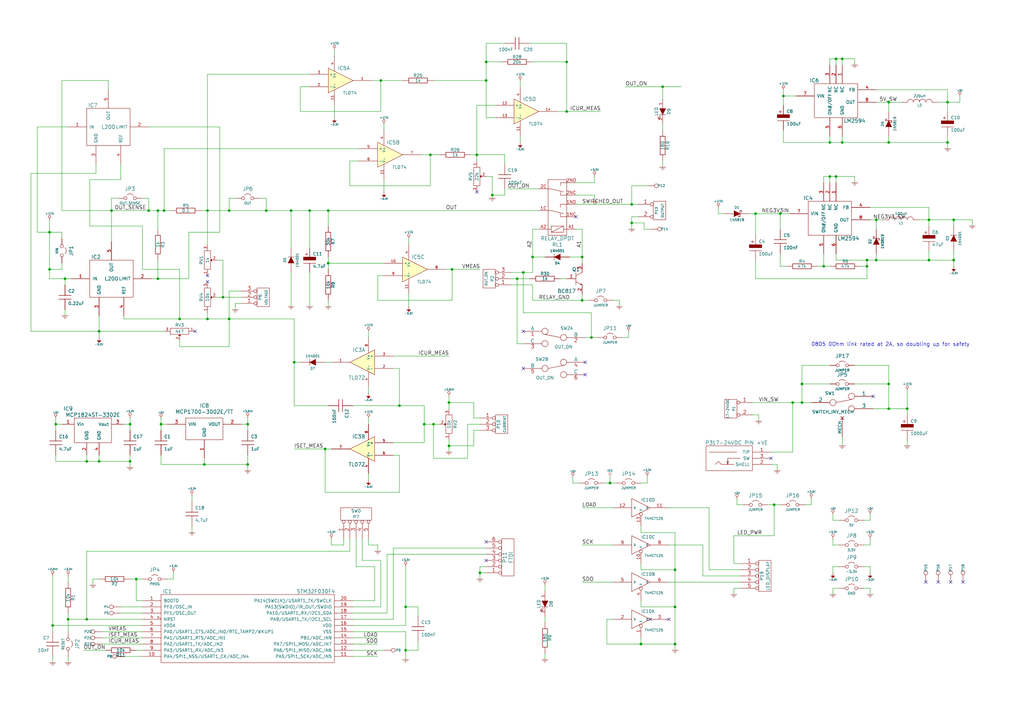
<source format=kicad_sch>
(kicad_sch (version 20230121) (generator eeschema)
  (paper "A3")
  (junction (at 184.15 182.88))
  (junction (at 173.99 173.99))
  (junction (at 64.77 114.3))
  (junction (at 177.8 173.99))
  (junction (at 166.37 248.92))
  (junction (at 259.08 91.44))
  (junction (at 55.88 237.49))
  (junction (at 119.38 86.36))
  (junction (at 35.56 189.23))
  (junction (at 166.37 266.7))
  (junction (at 83.82 190.5))
  (junction (at 60.96 86.36))
  (junction (at 91.44 121.92))
  (junction (at 359.41 106.68))
  (junction (at 66.04 173.99))
  (junction (at 93.98 130.81))
  (junction (at 364.49 58.42))
  (junction (at 67.31 86.36))
  (junction (at 163.83 166.37))
  (junction (at 337.82 109.22))
  (junction (at 340.36 72.39))
  (junction (at 195.58 63.5))
  (junction (at 53.34 173.99))
  (junction (at 199.39 25.4))
  (junction (at 276.86 248.92))
  (junction (at 64.77 86.36))
  (junction (at 184.15 165.1))
  (junction (at 345.44 24.13))
  (junction (at 238.76 123.19))
  (junction (at 250.19 198.12))
  (junction (at 262.89 264.16))
  (junction (at 120.65 148.59))
  (junction (at 381 106.68))
  (junction (at 73.66 130.81))
  (junction (at 196.85 234.95))
  (junction (at 127 86.36))
  (junction (at 345.44 58.42))
  (junction (at 199.39 33.02))
  (junction (at 340.36 58.42))
  (junction (at 101.6 173.99))
  (junction (at 218.44 105.41))
  (junction (at 201.93 80.01))
  (junction (at 85.09 130.81))
  (junction (at 232.41 25.4))
  (junction (at 271.78 35.56))
  (junction (at 276.86 264.16))
  (junction (at 20.32 95.25))
  (junction (at 342.9 72.39))
  (junction (at 185.42 110.49))
  (junction (at 21.59 256.54))
  (junction (at 40.64 135.89))
  (junction (at 53.34 189.23))
  (junction (at 364.49 157.48))
  (junction (at 133.35 184.15))
  (junction (at 364.49 167.64))
  (junction (at 276.86 233.68))
  (junction (at 85.09 86.36))
  (junction (at 214.63 111.76))
  (junction (at 391.16 106.68))
  (junction (at 355.6 106.68))
  (junction (at 212.09 114.3))
  (junction (at 156.21 33.02))
  (junction (at 134.62 86.36))
  (junction (at 101.6 190.5))
  (junction (at 309.88 87.63))
  (junction (at 328.93 165.1))
  (junction (at 391.16 90.17))
  (junction (at 93.98 86.36))
  (junction (at 321.31 39.37))
  (junction (at 22.86 173.99))
  (junction (at 109.22 86.36))
  (junction (at 320.04 87.63))
  (junction (at 45.72 86.36))
  (junction (at 317.5 207.01))
  (junction (at 381 90.17))
  (junction (at 328.93 157.48))
  (junction (at 372.11 167.64))
  (junction (at 325.12 165.1))
  (junction (at 232.41 45.72))
  (junction (at 238.76 105.41))
  (junction (at 242.57 138.43))
  (junction (at 259.08 83.82))
  (junction (at 388.62 58.42))
  (junction (at 26.67 114.3))
  (junction (at 176.53 63.5))
  (junction (at 359.41 90.17))
  (junction (at 40.64 189.23))
  (junction (at 35.56 254))
  (junction (at 20.32 110.49))
  (junction (at 342.9 24.13))
  (junction (at 388.62 41.91))
  (junction (at 364.49 41.91))
  (junction (at 27.94 254))
  (junction (at 134.62 107.95))
  (junction (at 355.6 109.22))
  (no_connect (at 274.32 254))
  (no_connect (at 85.09 113.03))
  (no_connect (at 80.01 135.89))
  (no_connect (at 316.23 187.96))
  (no_connect (at 384.81 238.76))
  (no_connect (at 266.7 254))
  (no_connect (at 236.22 88.9))
  (no_connect (at 389.89 238.76))
  (no_connect (at 379.73 238.76))
  (no_connect (at 358.14 162.56))
  (no_connect (at 199.39 222.25))
  (no_connect (at 214.63 151.13))
  (no_connect (at 85.09 115.57))
  (no_connect (at 240.03 148.59))
  (no_connect (at 199.39 229.87))
  (no_connect (at 195.58 78.74))
  (no_connect (at 394.97 238.76))
  (no_connect (at 214.63 135.89))
  (no_connect (at 240.03 153.67))
  (wire (pts (xy 40.64 135.89) (xy 67.31 135.89)))
  (wire (pts (xy 166.37 266.7) (xy 166.37 270.51)))
  (wire (pts (xy 342.9 24.13) (xy 345.44 24.13)))
  (wire (pts (xy 101.6 171.45) (xy 101.6 173.99)))
  (wire (pts (xy 309.88 87.63) (xy 309.88 96.52)))
  (wire (pts (xy 184.15 180.34) (xy 184.15 182.88)))
  (wire (pts (xy 218.44 105.41) (xy 218.44 111.76)))
  (wire (pts (xy 320.04 109.22) (xy 320.04 104.14)))
  (wire (pts (xy 167.64 120.65) (xy 167.64 125.73)))
  (wire (pts (xy 199.39 33.02) (xy 199.39 48.26)))
  (wire (pts (xy -54.61 214.63) (xy -54.61 212.09)))
  (wire (pts (xy 35.56 254) (xy 58.42 254)))
  (wire (pts (xy 242.57 138.43) (xy 245.11 138.43)))
  (wire (pts (xy 317.5 207.01) (xy 320.04 207.01)))
  (wire (pts (xy 364.49 45.72) (xy 364.49 41.91)))
  (wire (pts (xy 262.89 264.16) (xy 262.89 261.62)))
  (wire (pts (xy 317.5 207.01) (xy 317.5 219.71)))
  (wire (pts (xy 58.42 110.49) (xy 58.42 92.71)))
  (wire (pts (xy 240.03 138.43) (xy 242.57 138.43)))
  (wire (pts (xy 265.43 198.12) (xy 265.43 195.58)))
  (wire (pts (xy 93.98 130.81) (xy 120.65 130.81)))
  (wire (pts (xy 384.81 41.91) (xy 388.62 41.91)))
  (wire (pts (xy 151.13 194.31) (xy 151.13 196.85)))
  (wire (pts (xy 218.44 93.98) (xy 218.44 105.41)))
  (wire (pts (xy 163.83 166.37) (xy 173.99 166.37)))
  (wire (pts (xy 148.59 220.98) (xy 148.59 229.87)))
  (wire (pts (xy 71.12 237.49) (xy 71.12 234.95)))
  (wire (pts (xy 50.8 130.81) (xy 73.66 130.81)))
  (wire (pts (xy 350.52 149.86) (xy 364.49 149.86)))
  (wire (pts (xy 214.63 128.27) (xy 242.57 128.27)))
  (wire (pts (xy 195.58 43.18) (xy 195.58 63.5)))
  (wire (pts (xy 342.9 26.67) (xy 342.9 24.13)))
  (wire (pts (xy 158.75 251.46) (xy 144.78 251.46)))
  (wire (pts (xy 134.62 123.19) (xy 134.62 125.73)))
  (wire (pts (xy 288.29 223.52) (xy 288.29 236.22)))
  (wire (pts (xy 274.32 208.28) (xy 290.83 208.28)))
  (wire (pts (xy 73.66 142.24) (xy 73.66 139.7)))
  (wire (pts (xy 199.39 25.4) (xy 199.39 33.02)))
  (wire (pts (xy 35.56 186.69) (xy 35.56 189.23)))
  (wire (pts (xy 309.88 87.63) (xy 320.04 87.63)))
  (wire (pts (xy 238.76 123.19) (xy 241.3 123.19)))
  (wire (pts (xy 83.82 190.5) (xy 101.6 190.5)))
  (wire (pts (xy 340.36 157.48) (xy 328.93 157.48)))
  (wire (pts (xy 173.99 166.37) (xy 173.99 173.99)))
  (wire (pts (xy 77.47 95.25) (xy 90.17 95.25)))
  (wire (pts (xy 21.59 269.24) (xy 21.59 271.78)))
  (wire (pts (xy 66.04 173.99) (xy 66.04 176.53)))
  (wire (pts (xy 212.09 114.3) (xy 217.17 114.3)))
  (wire (pts (xy 381 106.68) (xy 391.16 106.68)))
  (wire (pts (xy 342.9 104.14) (xy 342.9 106.68)))
  (wire (pts (xy 135.89 223.52) (xy 140.97 223.52)))
  (wire (pts (xy 41.91 261.62) (xy 58.42 261.62)))
  (wire (pts (xy 143.51 226.06) (xy 35.56 226.06)))
  (wire (pts (xy 212.09 140.97) (xy 214.63 140.97)))
  (wire (pts (xy 238.76 93.98) (xy 236.22 93.98)))
  (wire (pts (xy 372.11 160.02) (xy 372.11 167.64)))
  (wire (pts (xy 355.6 109.22) (xy 355.6 106.68)))
  (wire (pts (xy 199.39 17.78) (xy 199.39 25.4)))
  (wire (pts (xy 393.7 41.91) (xy 393.7 39.37)))
  (wire (pts (xy 161.29 224.79) (xy 161.29 254)))
  (wire (pts (xy 194.31 182.88) (xy 194.31 176.53)))
  (wire (pts (xy 307.34 87.63) (xy 309.88 87.63)))
  (wire (pts (xy 62.23 114.3) (xy 64.77 114.3)))
  (wire (pts (xy 262.89 198.12) (xy 265.43 198.12)))
  (wire (pts (xy 341.63 223.52) (xy 344.17 223.52)))
  (wire (pts (xy 156.21 33.02) (xy 165.1 33.02)))
  (wire (pts (xy 340.36 58.42) (xy 345.44 58.42)))
  (wire (pts (xy 96.52 124.46) (xy 99.06 124.46)))
  (wire (pts (xy 67.31 86.36) (xy 69.85 86.36)))
  (wire (pts (xy 328.93 165.1) (xy 332.74 165.1)))
  (wire (pts (xy 12.7 71.12) (xy 39.37 71.12)))
  (wire (pts (xy 213.36 55.88) (xy 213.36 58.42)))
  (wire (pts (xy 337.82 72.39) (xy 340.36 72.39)))
  (wire (pts (xy 185.42 110.49) (xy 196.85 110.49)))
  (wire (pts (xy 93.98 130.81) (xy 93.98 142.24)))
  (wire (pts (xy 151.13 173.99) (xy 151.13 171.45)))
  (wire (pts (xy 340.36 24.13) (xy 342.9 24.13)))
  (wire (pts (xy 119.38 86.36) (xy 127 86.36)))
  (wire (pts (xy 308.61 165.1) (xy 325.12 165.1)))
  (wire (pts (xy 359.41 106.68) (xy 381 106.68)))
  (wire (pts (xy 157.48 107.95) (xy 134.62 107.95)))
  (wire (pts (xy 199.39 224.79) (xy 161.29 224.79)))
  (wire (pts (xy 354.33 241.3) (xy 356.87 241.3)))
  (wire (pts (xy 58.42 251.46) (xy 49.53 251.46)))
  (wire (pts (xy 250.19 195.58) (xy 250.19 198.12)))
  (wire (pts (xy 381 106.68) (xy 381 102.87)))
  (wire (pts (xy 236.22 83.82) (xy 259.08 83.82)))
  (wire (pts (xy 381 85.09) (xy 356.87 85.09)))
  (wire (pts (xy 262.89 264.16) (xy 276.86 264.16)))
  (wire (pts (xy 262.89 215.9) (xy 262.89 218.44)))
  (wire (pts (xy 300.99 241.3) (xy 300.99 243.84)))
  (wire (pts (xy 308.61 170.18) (xy 311.15 170.18)))
  (wire (pts (xy 173.99 173.99) (xy 173.99 181.61)))
  (wire (pts (xy 264.16 91.44) (xy 264.16 93.98)))
  (wire (pts (xy 21.59 236.22) (xy 21.59 256.54)))
  (wire (pts (xy 90.17 52.07) (xy 60.96 52.07)))
  (wire (pts (xy 337.82 109.22) (xy 340.36 109.22)))
  (wire (pts (xy 167.64 100.33) (xy 167.64 97.79)))
  (wire (pts (xy 143.51 66.04) (xy 143.51 76.2)))
  (wire (pts (xy 151.13 158.75) (xy 151.13 161.29)))
  (wire (pts (xy 154.94 223.52) (xy 154.94 226.06)))
  (wire (pts (xy 184.15 165.1) (xy 184.15 167.64)))
  (wire (pts (xy 356.87 241.3) (xy 356.87 243.84)))
  (wire (pts (xy 314.96 207.01) (xy 317.5 207.01)))
  (wire (pts (xy 41.91 259.08) (xy 58.42 259.08)))
  (wire (pts (xy 93.98 142.24) (xy 73.66 142.24)))
  (wire (pts (xy 345.44 24.13) (xy 345.44 26.67)))
  (wire (pts (xy 135.89 220.98) (xy 135.89 223.52)))
  (wire (pts (xy 364.49 149.86) (xy 364.49 157.48)))
  (wire (pts (xy 218.44 105.41) (xy 223.52 105.41)))
  (wire (pts (xy 234.95 198.12) (xy 237.49 198.12)))
  (wire (pts (xy 109.22 81.28) (xy 109.22 86.36)))
  (wire (pts (xy 66.04 173.99) (xy 68.58 173.99)))
  (wire (pts (xy 199.39 232.41) (xy 196.85 232.41)))
  (wire (pts (xy 82.55 86.36) (xy 85.09 86.36)))
  (wire (pts (xy 166.37 248.92) (xy 171.45 248.92)))
  (wire (pts (xy 207.01 63.5) (xy 207.01 67.31)))
  (wire (pts (xy 391.16 106.68) (xy 391.16 109.22)))
  (wire (pts (xy 158.75 227.33) (xy 158.75 251.46)))
  (wire (pts (xy 152.4 33.02) (xy 156.21 33.02)))
  (wire (pts (xy 25.4 173.99) (xy 22.86 173.99)))
  (wire (pts (xy 154.94 123.19) (xy 185.42 123.19)))
  (wire (pts (xy 151.13 220.98) (xy 151.13 223.52)))
  (wire (pts (xy 321.31 58.42) (xy 340.36 58.42)))
  (wire (pts (xy 157.48 53.34) (xy 157.48 50.8)))
  (wire (pts (xy 45.72 86.36) (xy 45.72 99.06)))
  (wire (pts (xy 40.64 189.23) (xy 53.34 189.23)))
  (wire (pts (xy 146.05 232.41) (xy 146.05 220.98)))
  (wire (pts (xy 12.7 135.89) (xy 12.7 71.12)))
  (wire (pts (xy 354.33 213.36) (xy 356.87 213.36)))
  (wire (pts (xy 276.86 248.92) (xy 276.86 264.16)))
  (wire (pts (xy 143.51 220.98) (xy 143.51 226.06)))
  (wire (pts (xy 388.62 41.91) (xy 388.62 45.72)))
  (wire (pts (xy 27.94 238.76) (xy 27.94 236.22)))
  (wire (pts (xy 325.12 165.1) (xy 325.12 185.42)))
  (wire (pts (xy 106.68 81.28) (xy 109.22 81.28)))
  (wire (pts (xy 212.09 114.3) (xy 212.09 140.97)))
  (wire (pts (xy 355.6 114.3) (xy 355.6 109.22)))
  (wire (pts (xy 262.89 248.92) (xy 276.86 248.92)))
  (wire (pts (xy 64.77 86.36) (xy 67.31 86.36)))
  (wire (pts (xy 364.49 167.64) (xy 372.11 167.64)))
  (wire (pts (xy 163.83 186.69) (xy 163.83 201.93)))
  (wire (pts (xy 53.34 189.23) (xy 53.34 191.77)))
  (wire (pts (xy 120.65 130.81) (xy 120.65 148.59)))
  (wire (pts (xy 325.12 165.1) (xy 328.93 165.1)))
  (wire (pts (xy 99.06 173.99) (xy 101.6 173.99)))
  (wire (pts (xy 195.58 63.5) (xy 207.01 63.5)))
  (wire (pts (xy 199.39 234.95) (xy 196.85 234.95)))
  (wire (pts (xy 199.39 33.02) (xy 177.8 33.02)))
  (wire (pts (xy 15.24 95.25) (xy 15.24 52.07)))
  (wire (pts (xy 88.9 121.92) (xy 91.44 121.92)))
  (wire (pts (xy 247.65 198.12) (xy 250.19 198.12)))
  (wire (pts (xy 214.63 111.76) (xy 209.55 111.76)))
  (wire (pts (xy 341.63 220.98) (xy 341.63 223.52)))
  (wire (pts (xy 350.52 72.39) (xy 350.52 74.93)))
  (wire (pts (xy 134.62 86.36) (xy 134.62 92.71)))
  (wire (pts (xy 232.41 25.4) (xy 232.41 45.72)))
  (wire (pts (xy 25.4 110.49) (xy 20.32 110.49)))
  (wire (pts (xy 330.2 207.01) (xy 332.74 207.01)))
  (wire (pts (xy 255.27 138.43) (xy 257.81 138.43)))
  (wire (pts (xy 133.35 184.15) (xy 135.89 184.15)))
  (wire (pts (xy 99.06 119.38) (xy 93.98 119.38)))
  (wire (pts (xy 50.8 269.24) (xy 58.42 269.24)))
  (wire (pts (xy 259.08 91.44) (xy 264.16 91.44)))
  (wire (pts (xy 218.44 116.84) (xy 218.44 123.19)))
  (wire (pts (xy 250.19 198.12) (xy 252.73 198.12)))
  (wire (pts (xy 196.85 232.41) (xy 196.85 234.95)))
  (wire (pts (xy 48.26 81.28) (xy 45.72 81.28)))
  (wire (pts (xy 271.78 35.56) (xy 279.4 35.56)))
  (wire (pts (xy 22.86 189.23) (xy 35.56 189.23)))
  (wire (pts (xy 101.6 190.5) (xy 101.6 193.04)))
  (wire (pts (xy 340.36 26.67) (xy 340.36 24.13)))
  (wire (pts (xy 318.77 190.5) (xy 316.23 190.5)))
  (wire (pts (xy 161.29 146.05) (xy 184.15 146.05)))
  (wire (pts (xy 22.86 186.69) (xy 22.86 189.23)))
  (wire (pts (xy 77.47 114.3) (xy 77.47 95.25)))
  (wire (pts (xy 388.62 41.91) (xy 393.7 41.91)))
  (wire (pts (xy 340.36 149.86) (xy 328.93 149.86)))
  (wire (pts (xy 53.34 186.69) (xy 53.34 189.23)))
  (wire (pts (xy 335.28 109.22) (xy 337.82 109.22)))
  (wire (pts (xy 157.48 113.03) (xy 154.94 113.03)))
  (wire (pts (xy 68.58 237.49) (xy 71.12 237.49)))
  (wire (pts (xy 25.4 95.25) (xy 25.4 97.79)))
  (wire (pts (xy 55.88 246.38) (xy 55.88 237.49)))
  (wire (pts (xy 156.21 45.72) (xy 156.21 33.02)))
  (wire (pts (xy 25.4 86.36) (xy 25.4 33.02)))
  (wire (pts (xy 238.76 105.41) (xy 238.76 107.95)))
  (wire (pts (xy 199.39 227.33) (xy 158.75 227.33)))
  (wire (pts (xy 359.41 90.17) (xy 361.95 90.17)))
  (wire (pts (xy 20.32 95.25) (xy 20.32 110.49)))
  (wire (pts (xy 302.26 204.47) (xy 302.26 207.01)))
  (wire (pts (xy 391.16 90.17) (xy 398.78 90.17)))
  (wire (pts (xy 64.77 114.3) (xy 77.47 114.3)))
  (wire (pts (xy 64.77 86.36) (xy 64.77 93.98)))
  (wire (pts (xy 133.35 148.59) (xy 135.89 148.59)))
  (wire (pts (xy 144.78 261.62) (xy 154.94 261.62)))
  (wire (pts (xy 356.87 213.36) (xy 356.87 210.82)))
  (wire (pts (xy 22.86 173.99) (xy 22.86 176.53)))
  (wire (pts (xy 328.93 149.86) (xy 328.93 157.48)))
  (wire (pts (xy 322.58 109.22) (xy 320.04 109.22)))
  (wire (pts (xy 251.46 123.19) (xy 254 123.19)))
  (wire (pts (xy 243.84 74.93) (xy 236.22 74.93)))
  (wire (pts (xy 196.85 234.95) (xy 196.85 237.49)))
  (wire (pts (xy 223.52 267.97) (xy 223.52 270.51)))
  (wire (pts (xy 93.98 86.36) (xy 109.22 86.36)))
  (wire (pts (xy 143.51 76.2) (xy 176.53 76.2)))
  (wire (pts (xy 148.59 229.87) (xy 156.21 229.87)))
  (wire (pts (xy 207.01 80.01) (xy 201.93 80.01)))
  (wire (pts (xy 20.32 114.3) (xy 26.67 114.3)))
  (wire (pts (xy 153.67 232.41) (xy 146.05 232.41)))
  (wire (pts (xy 297.18 87.63) (xy 294.64 87.63)))
  (wire (pts (xy 341.63 232.41) (xy 341.63 234.95)))
  (wire (pts (xy 201.93 72.39) (xy 201.93 80.01)))
  (wire (pts (xy 36.83 73.66) (xy 49.53 73.66)))
  (wire (pts (xy 25.4 86.36) (xy 45.72 86.36)))
  (wire (pts (xy 134.62 105.41) (xy 134.62 107.95)))
  (wire (pts (xy 85.09 86.36) (xy 85.09 100.33)))
  (wire (pts (xy 191.77 173.99) (xy 191.77 187.96)))
  (wire (pts (xy 262.89 218.44) (xy 276.86 218.44)))
  (wire (pts (xy 381 90.17) (xy 391.16 90.17)))
  (wire (pts (xy 123.19 35.56) (xy 123.19 45.72)))
  (wire (pts (xy 133.35 201.93) (xy 133.35 184.15)))
  (wire (pts (xy 355.6 109.22) (xy 353.06 109.22)))
  (wire (pts (xy 359.41 106.68) (xy 359.41 104.14)))
  (wire (pts (xy 184.15 162.56) (xy 184.15 165.1)))
  (wire (pts (xy 350.52 157.48) (xy 364.49 157.48)))
  (wire (pts (xy 232.41 45.72) (xy 246.38 45.72)))
  (wire (pts (xy 153.67 246.38) (xy 153.67 232.41)))
  (wire (pts (xy 248.92 254) (xy 248.92 264.16)))
  (wire (pts (xy 25.4 33.02) (xy 44.45 33.02)))
  (wire (pts (xy 332.74 207.01) (xy 332.74 204.47)))
  (wire (pts (xy 120.65 184.15) (xy 133.35 184.15)))
  (wire (pts (xy 276.86 218.44) (xy 276.86 233.68)))
  (wire (pts (xy 58.42 92.71) (xy 36.83 92.71)))
  (wire (pts (xy 321.31 53.34) (xy 321.31 58.42)))
  (wire (pts (xy 364.49 58.42) (xy 364.49 55.88)))
  (wire (pts (xy 238.76 120.65) (xy 238.76 123.19)))
  (wire (pts (xy 300.99 219.71) (xy 300.99 231.14)))
  (wire (pts (xy 39.37 71.12) (xy 39.37 67.31)))
  (wire (pts (xy 359.41 90.17) (xy 359.41 93.98)))
  (wire (pts (xy 53.34 173.99) (xy 53.34 176.53)))
  (wire (pts (xy 262.89 246.38) (xy 262.89 248.92)))
  (wire (pts (xy 355.6 106.68) (xy 359.41 106.68)))
  (wire (pts (xy 85.09 128.27) (xy 85.09 130.81)))
  (wire (pts (xy 228.6 45.72) (xy 232.41 45.72)))
  (wire (pts (xy 147.32 66.04) (xy 143.51 66.04)))
  (wire (pts (xy 209.55 114.3) (xy 212.09 114.3)))
  (wire (pts (xy 127 86.36) (xy 134.62 86.36)))
  (wire (pts (xy 176.53 76.2) (xy 176.53 63.5)))
  (wire (pts (xy 58.42 81.28) (xy 60.96 81.28)))
  (wire (pts (xy 303.53 241.3) (xy 300.99 241.3)))
  (wire (pts (xy -46.99 214.63) (xy -46.99 212.09)))
  (wire (pts (xy 350.52 24.13) (xy 350.52 26.67)))
  (wire (pts (xy 344.17 241.3) (xy 341.63 241.3)))
  (wire (pts (xy 271.78 53.34) (xy 271.78 50.8)))
  (wire (pts (xy 256.54 35.56) (xy 271.78 35.56)))
  (wire (pts (xy 15.24 95.25) (xy 20.32 95.25)))
  (wire (pts (xy 22.86 171.45) (xy 22.86 173.99)))
  (wire (pts (xy 342.9 72.39) (xy 342.9 74.93)))
  (wire (pts (xy 27.94 254) (xy 35.56 254)))
  (wire (pts (xy 203.2 43.18) (xy 195.58 43.18)))
  (wire (pts (xy 119.38 101.6) (xy 119.38 86.36)))
  (wire (pts (xy 259.08 91.44) (xy 259.08 93.98)))
  (wire (pts (xy 161.29 186.69) (xy 163.83 186.69)))
  (wire (pts (xy 391.16 102.87) (xy 391.16 106.68)))
  (wire (pts (xy 171.45 262.89) (xy 171.45 266.7)))
  (wire (pts (xy 238.76 93.98) (xy 238.76 105.41)))
  (wire (pts (xy 217.17 17.78) (xy 232.41 17.78)))
  (wire (pts (xy 60.96 81.28) (xy 60.96 86.36)))
  (wire (pts (xy 163.83 151.13) (xy 163.83 166.37)))
  (wire (pts (xy 78.74 205.74) (xy 78.74 203.2)))
  (wire (pts (xy 233.68 105.41) (xy 238.76 105.41)))
  (wire (pts (xy 302.26 207.01) (xy 304.8 207.01)))
  (wire (pts (xy 199.39 48.26) (xy 203.2 48.26)))
  (wire (pts (xy 163.83 201.93) (xy 133.35 201.93)))
  (wire (pts (xy 49.53 73.66) (xy 49.53 67.31)))
  (wire (pts (xy 40.64 237.49) (xy 38.1 237.49)))
  (wire (pts (xy 207.01 17.78) (xy 199.39 17.78)))
  (wire (pts (xy 38.1 237.49) (xy 38.1 240.03)))
  (wire (pts (xy 220.98 77.47) (xy 208.28 77.47)))
  (wire (pts (xy 144.78 259.08) (xy 166.37 259.08)))
  (wire (pts (xy 73.66 110.49) (xy 58.42 110.49)))
  (wire (pts (xy 40.64 189.23) (xy 40.64 186.69)))
  (wire (pts (xy 41.91 264.16) (xy 58.42 264.16)))
  (wire (pts (xy 223.52 242.57) (xy 223.52 240.03)))
  (wire (pts (xy 340.36 72.39) (xy 342.9 72.39)))
  (wire (pts (xy 205.74 25.4) (xy 199.39 25.4)))
  (wire (pts (xy 120.65 148.59) (xy 120.65 166.37)))
  (wire (pts (xy 372.11 180.34) (xy 372.11 182.88)))
  (wire (pts (xy 294.64 87.63) (xy 294.64 85.09)))
  (wire (pts (xy 328.93 157.48) (xy 328.93 165.1)))
  (wire (pts (xy 218.44 123.19) (xy 238.76 123.19)))
  (wire (pts (xy 96.52 127) (xy 96.52 124.46)))
  (wire (pts (xy 144.78 246.38) (xy 153.67 246.38)))
  (wire (pts (xy 50.8 130.81) (xy 50.8 129.54)))
  (wire (pts (xy 337.82 109.22) (xy 337.82 104.14)))
  (wire (pts (xy 344.17 232.41) (xy 341.63 232.41)))
  (wire (pts (xy 199.39 72.39) (xy 201.93 72.39)))
  (wire (pts (xy 388.62 36.83) (xy 359.41 36.83)))
  (wire (pts (xy 127 35.56) (xy 123.19 35.56)))
  (wire (pts (xy -24.13 217.17) (xy -24.13 214.63)))
  (wire (pts (xy 83.82 187.96) (xy 83.82 190.5)))
  (wire (pts (xy 309.88 114.3) (xy 355.6 114.3)))
  (wire (pts (xy 27.94 269.24) (xy 27.94 271.78)))
  (wire (pts (xy 388.62 36.83) (xy 388.62 41.91)))
  (wire (pts (xy -31.75 214.63) (xy -31.75 212.09)))
  (wire (pts (xy 85.09 130.81) (xy 93.98 130.81)))
  (wire (pts (xy 20.32 95.25) (xy 25.4 95.25)))
  (wire (pts (xy 318.77 190.5) (xy 318.77 193.04)))
  (wire (pts (xy 60.96 86.36) (xy 64.77 86.36)))
  (wire (pts (xy 276.86 233.68) (xy 262.89 233.68)))
  (wire (pts (xy 40.64 129.54) (xy 40.64 135.89)))
  (wire (pts (xy 257.81 138.43) (xy 257.81 135.89)))
  (wire (pts (xy 194.31 171.45) (xy 194.31 165.1)))
  (wire (pts (xy 218.44 25.4) (xy 232.41 25.4)))
  (wire (pts (xy 271.78 40.64) (xy 271.78 35.56)))
  (wire (pts (xy 134.62 107.95) (xy 134.62 110.49)))
  (wire (pts (xy 259.08 88.9) (xy 261.62 88.9)))
  (wire (pts (xy 157.48 266.7) (xy 144.78 266.7)))
  (wire (pts (xy -39.37 217.17) (xy -39.37 214.63)))
  (wire (pts (xy 15.24 52.07) (xy 27.94 52.07)))
  (wire (pts (xy 342.9 72.39) (xy 350.52 72.39)))
  (wire (pts (xy 45.72 86.36) (xy 60.96 86.36)))
  (wire (pts (xy 254 123.19) (xy 254 125.73)))
  (wire (pts (xy 35.56 189.23) (xy 40.64 189.23)))
  (wire (pts (xy 96.52 81.28) (xy 93.98 81.28)))
  (wire (pts (xy 184.15 182.88) (xy 184.15 185.42)))
  (wire (pts (xy 356.87 223.52) (xy 356.87 220.98)))
  (wire (pts (xy 248.92 264.16) (xy 262.89 264.16)))
  (wire (pts (xy 290.83 208.28) (xy 290.83 233.68)))
  (wire (pts (xy 364.49 58.42) (xy 388.62 58.42)))
  (wire (pts (xy 93.98 119.38) (xy 93.98 130.81)))
  (wire (pts (xy 276.86 264.16) (xy 276.86 266.7)))
  (wire (pts (xy 26.67 114.3) (xy 29.21 114.3)))
  (wire (pts (xy 340.36 74.93) (xy 340.36 72.39)))
  (wire (pts (xy 21.59 256.54) (xy 21.59 259.08)))
  (wire (pts (xy 101.6 173.99) (xy 101.6 176.53)))
  (wire (pts (xy 173.99 181.61) (xy 161.29 181.61)))
  (wire (pts (xy 236.22 80.01) (xy 243.84 80.01)))
  (wire (pts (xy 243.84 80.01) (xy 243.84 82.55)))
  (wire (pts (xy 356.87 232.41) (xy 356.87 234.95)))
  (wire (pts (xy 93.98 81.28) (xy 93.98 86.36)))
  (wire (pts (xy 127 111.76) (xy 127 125.73)))
  (wire (pts (xy 196.85 171.45) (xy 194.31 171.45)))
  (wire (pts (xy 213.36 33.02) (xy 213.36 35.56)))
  (wire (pts (xy 358.14 167.64) (xy 364.49 167.64)))
  (wire (pts (xy 44.45 33.02) (xy 44.45 36.83)))
  (wire (pts (xy 55.88 266.7) (xy 58.42 266.7)))
  (wire (pts (xy 156.21 248.92) (xy 144.78 248.92)))
  (wire (pts (xy 220.98 93.98) (xy 218.44 93.98)))
  (wire (pts (xy 201.93 80.01) (xy 201.93 81.28)))
  (wire (pts (xy 35.56 226.06) (xy 35.56 254)))
  (wire (pts (xy 154.94 113.03) (xy 154.94 123.19)))
  (wire (pts (xy 64.77 114.3) (xy 64.77 106.68)))
  (wire (pts (xy 91.44 121.92) (xy 91.44 106.68)))
  (wire (pts (xy 20.32 90.17) (xy 20.32 95.25)))
  (wire (pts (xy 119.38 111.76) (xy 119.38 125.73)))
  (wire (pts (xy 171.45 248.92) (xy 171.45 252.73)))
  (wire (pts (xy 194.31 176.53) (xy 196.85 176.53)))
  (wire (pts (xy 345.44 24.13) (xy 350.52 24.13)))
  (wire (pts (xy 144.78 166.37) (xy 163.83 166.37)))
  (wire (pts (xy 66.04 190.5) (xy 66.04 186.69)))
  (wire (pts (xy 161.29 254) (xy 144.78 254)))
  (wire (pts (xy 388.62 58.42) (xy 388.62 60.96)))
  (wire (pts (xy 85.09 30.48) (xy 127 30.48)))
  (wire (pts (xy 26.67 116.84) (xy 26.67 114.3)))
  (wire (pts (xy 243.84 72.39) (xy 243.84 74.93)))
  (wire (pts (xy 311.15 170.18) (xy 311.15 172.72)))
  (wire (pts (xy 300.99 231.14) (xy 303.53 231.14)))
  (wire (pts (xy 73.66 130.81) (xy 85.09 130.81)))
  (wire (pts (xy 27.94 254) (xy 27.94 259.08)))
  (wire (pts (xy 166.37 256.54) (xy 144.78 256.54)))
  (wire (pts (xy 91.44 106.68) (xy 88.9 106.68)))
  (wire (pts (xy 157.48 73.66) (xy 157.48 78.74)))
  (wire (pts (xy 276.86 233.68) (xy 276.86 248.92)))
  (wire (pts (xy 364.49 41.91) (xy 369.57 41.91)))
  (wire (pts (xy 49.53 248.92) (xy 58.42 248.92)))
  (wire (pts (xy 381 90.17) (xy 381 92.71)))
  (wire (pts (xy 166.37 259.08) (xy 166.37 266.7)))
  (wire (pts (xy 66.04 190.5) (xy 83.82 190.5)))
  (wire (pts (xy 134.62 86.36) (xy 220.98 86.36)))
  (wire (pts (xy 381 85.09) (xy 381 90.17)))
  (wire (pts (xy 345.44 58.42) (xy 345.44 55.88)))
  (wire (pts (xy 288.29 236.22) (xy 303.53 236.22)))
  (wire (pts (xy 173.99 173.99) (xy 177.8 173.99)))
  (wire (pts (xy 354.33 232.41) (xy 356.87 232.41)))
  (wire (pts (xy 151.13 138.43) (xy 151.13 135.89)))
  (wire (pts (xy 45.72 81.28) (xy 45.72 86.36)))
  (wire (pts (xy 12.7 135.89) (xy 40.64 135.89)))
  (wire (pts (xy 166.37 248.92) (xy 166.37 256.54)))
  (wire (pts (xy 359.41 41.91) (xy 364.49 41.91)))
  (wire (pts (xy 85.09 30.48) (xy 85.09 86.36)))
  (wire (pts (xy 341.63 213.36) (xy 344.17 213.36)))
  (wire (pts (xy 321.31 36.83) (xy 321.31 39.37)))
  (wire (pts (xy 123.19 45.72) (xy 156.21 45.72)))
  (wire (pts (xy 193.04 63.5) (xy 195.58 63.5)))
  (wire (pts (xy 223.52 252.73) (xy 223.52 255.27)))
  (wire (pts (xy 40.64 135.89) (xy 40.64 138.43)))
  (wire (pts (xy 144.78 269.24) (xy 154.94 269.24)))
  (wire (pts (xy 120.65 166.37) (xy 134.62 166.37)))
  (wire (pts (xy 259.08 88.9) (xy 259.08 91.44)))
  (wire (pts (xy 120.65 148.59) (xy 123.19 148.59)))
  (wire (pts (xy 20.32 110.49) (xy 20.32 114.3)))
  (wire (pts (xy 55.88 237.49) (xy 58.42 237.49)))
  (wire (pts (xy 271.78 66.04) (xy 271.78 68.58)))
  (wire (pts (xy 341.63 241.3) (xy 341.63 243.84)))
  (wire (pts (xy 127 101.6) (xy 127 86.36)))
  (wire (pts (xy 144.78 264.16) (xy 154.94 264.16)))
  (wire (pts (xy 151.13 223.52) (xy 154.94 223.52)))
  (wire (pts (xy 326.39 39.37) (xy 321.31 39.37)))
  (wire (pts (xy 73.66 130.81) (xy 73.66 110.49)))
  (wire (pts (xy 317.5 219.71) (xy 300.99 219.71)))
  (wire (pts (xy 161.29 151.13) (xy 163.83 151.13)))
  (wire (pts (xy 325.12 185.42) (xy 316.23 185.42)))
  (wire (pts (xy 265.43 76.2) (xy 259.08 76.2)))
  (wire (pts (xy 309.88 106.68) (xy 309.88 114.3)))
  (wire (pts (xy 234.95 195.58) (xy 234.95 198.12)))
  (wire (pts (xy 36.83 92.71) (xy 36.83 73.66)))
  (wire (pts (xy 218.44 111.76) (xy 214.63 111.76)))
  (wire (pts (xy 345.44 182.88) (xy 345.44 179.07)))
  (wire (pts (xy 345.44 58.42) (xy 364.49 58.42)))
  (wire (pts (xy 251.46 238.76) (xy 238.76 238.76)))
  (wire (pts (xy 259.08 76.2) (xy 259.08 83.82)))
  (wire (pts (xy 185.42 123.19) (xy 185.42 110.49)))
  (wire (pts (xy 209.55 116.84) (xy 218.44 116.84)))
  (wire (pts (xy 78.74 215.9) (xy 78.74 218.44)))
  (wire (pts (xy 259.08 83.82) (xy 261.62 83.82)))
  (wire (pts (xy 90.17 95.25) (xy 90.17 52.07)))
  (wire (pts (xy 207.01 77.47) (xy 207.01 80.01)))
  (wire (pts (xy 214.63 128.27) (xy 214.63 111.76)))
  (wire (pts (xy 50.8 173.99) (xy 53.34 173.99)))
  (wire (pts (xy 274.32 238.76) (xy 303.53 238.76)))
  (wire (pts (xy 34.29 266.7) (xy 43.18 266.7)))
  (wire (pts (xy 342.9 106.68) (xy 355.6 106.68)))
  (wire (pts (xy 21.59 256.54) (xy 58.42 256.54)))
  (wire (pts (xy 232.41 17.78) (xy 232.41 25.4)))
  (wire (pts (xy 67.31 60.96) (xy 147.32 60.96)))
  (wire (pts (xy 242.57 128.27) (xy 242.57 138.43)))
  (wire (pts (xy 251.46 223.52) (xy 238.76 223.52)))
  (wire (pts (xy 194.31 165.1) (xy 184.15 165.1)))
  (wire (pts (xy 195.58 63.5) (xy 195.58 66.04)))
  (wire (pts (xy 177.8 187.96) (xy 177.8 173.99)))
  (wire (pts (xy 67.31 60.96) (xy 67.31 86.36)))
  (wire (pts (xy 364.49 157.48) (xy 364.49 167.64)))
  (wire (pts (xy 140.97 223.52) (xy 140.97 220.98)))
  (wire (pts (xy 264.16 93.98) (xy 266.7 93.98)))
  (wire (pts (xy 25.4 107.95) (xy 25.4 110.49)))
  (wire (pts (xy 372.11 167.64) (xy 372.11 170.18)))
  (wire (pts (xy 156.21 229.87) (xy 156.21 248.92)))
  (wire (pts (xy 101.6 186.69) (xy 101.6 190.5)))
  (wire (pts (xy 320.04 87.63) (xy 320.04 93.98)))
  (wire (pts (xy 321.31 39.37) (xy 321.31 43.18)))
  (wire (pts (xy 182.88 110.49) (xy 185.42 110.49)))
  (wire (pts (xy 53.34 171.45) (xy 53.34 173.99)))
  (wire (pts (xy 177.8 173.99) (xy 180.34 173.99)))
  (wire (pts (xy 251.46 254) (xy 248.92 254)))
  (wire (pts (xy 251.46 208.28) (xy 238.76 208.28)))
  (wire (pts (xy 91.44 121.92) (xy 99.06 121.92)))
  (wire (pts (xy 171.45 266.7) (xy 166.37 266.7)))
  (wire (pts (xy 137.16 22.86) (xy 137.16 20.32)))
  (wire (pts (xy 26.67 127) (xy 26.67 129.54)))
  (wire (pts (xy 184.15 182.88) (xy 194.31 182.88)))
  (wire (pts (xy 340.36 58.42) (xy 340.36 55.88)))
  (wire (pts (xy 172.72 63.5) (xy 176.53 63.5)))
  (wire (pts (xy 53.34 237.49) (xy 55.88 237.49)))
  (wire (pts (xy 176.53 63.5) (xy 180.34 63.5)))
  (wire (pts (xy 341.63 210.82) (xy 341.63 213.36)))
  (wire (pts (xy 262.89 233.68) (xy 262.89 231.14)))
  (wire (pts (xy 191.77 187.96) (xy 177.8 187.96)))
  (wire (pts (xy 290.83 233.68) (xy 303.53 233.68)))
  (wire (pts (xy 356.87 90.17) (xy 359.41 90.17)))
  (wire (pts (xy 27.94 251.46) (xy 27.94 254)))
  (wire (pts (xy 229.87 114.3) (xy 232.41 114.3)))
  (wire (pts (xy 398.78 90.17) (xy 398.78 92.71)))
  (wire (pts (xy 391.16 90.17) (xy 391.16 92.71)))
  (wire (pts (xy 137.16 43.18) (xy 137.16 48.26)))
  (wire (pts (xy 337.82 74.93) (xy 337.82 72.39)))
  (wire (pts (xy 354.33 223.52) (xy 356.87 223.52)))
  (wire (pts (xy 196.85 173.99) (xy 191.77 173.99)))
  (wire (pts (xy 58.42 246.38) (xy 55.88 246.38)))
  (wire (pts (xy 66.04 171.45) (xy 66.04 173.99)))
  (wire (pts (xy 377.19 90.17) (xy 381 90.17)))
  (wire (pts (xy 85.09 86.36) (xy 93.98 86.36)))
  (wire (pts (xy 388.62 55.88) (xy 388.62 58.42)))
  (wire (pts (xy 109.22 86.36) (xy 119.38 86.36)))
  (wire (pts (xy 320.04 87.63) (xy 323.85 87.63)))
  (wire (pts (xy 274.32 223.52) (xy 288.29 223.52)))
  (wire (pts (xy 166.37 232.41) (xy 166.37 248.92)))
  (text "0805 0Ohm link rated at 2A, so doubling up for safety" (at 332.74 142.24 0) (effects (font (size 1.524 1.524)) (justify left bottom)))
  (label "OUT_ON" (at 34.29 266.7 0) (effects (font (size 1.524 1.524))))
  (label "VMEAS" (at 44.45 259.08 0) (effects (font (size 1.524 1.524))))
  (label "LOAD" (at 238.76 208.28 0) (effects (font (size 1.524 1.524))))
  (label "VMEAS" (at 196.85 110.49 180) (effects (font (size 1.524 1.524))))
  (label "NEG3V3IN" (at 312.42 87.63 0) (effects (font (size 1.524 1.524))))
  (label "RELAY_GND" (at 220.98 123.19 0) (effects (font (size 1.524 1.524))))
  (label "VIN_SW" (at 311.15 165.1 0) (effects (font (size 1.524 1.524))))
  (label "OUT_ON" (at 208.28 77.47 0) (effects (font (size 1.524 1.524))))
  (label "ISET_MEAS" (at 44.45 261.62 0) (effects (font (size 1.524 1.524))))
  (label "ICUR_MEAS" (at 184.15 146.05 180) (effects (font (size 1.524 1.524))))
  (label "A2" (at 218.44 101.6 90) (effects (font (size 1.524 1.524))))
  (label "SCK" (at 154.94 269.24 180) (effects (font (size 1.524 1.524))))
  (label "OUT" (at 182.88 86.36 0) (effects (font (size 1.524 1.524))))
  (label "OUT_SENSE" (at 46.99 86.36 0) (effects (font (size 1.524 1.524))))
  (label "ISET_MEAS" (at 120.65 184.15 0) (effects (font (size 1.524 1.524))))
  (label "5V_SW" (at 360.68 41.91 0) (effects (font (size 1.524 1.524))))
  (label "NEG3V3_SW" (at 358.14 90.17 0) (effects (font (size 1.524 1.524))))
  (label "SDO" (at 154.94 264.16 180) (effects (font (size 1.524 1.524))))
  (label "OUT_ON" (at 256.54 35.56 0) (effects (font (size 1.524 1.524))))
  (label "SWITCHED_OUT" (at 238.76 83.82 0) (effects (font (size 1.524 1.524))))
  (label "ICUR_MEAS" (at 44.45 264.16 0) (effects (font (size 1.524 1.524))))
  (label "LOAD" (at 154.94 261.62 180) (effects (font (size 1.524 1.524))))
  (label "LED_PWR" (at 302.26 219.71 0) (effects (font (size 1.524 1.524))))
  (label "SDO" (at 238.76 238.76 0) (effects (font (size 1.524 1.524))))
  (label "A1" (at 238.76 101.6 90) (effects (font (size 1.524 1.524))))
  (label "ICUR_MEAS" (at 246.38 45.72 180) (effects (font (size 1.524 1.524))))
  (label "SCK" (at 238.76 223.52 0) (effects (font (size 1.524 1.524))))
  (symbol (lib_id "channel-rescue:L200") (at 45.72 114.3 0) (unit 1)
    (property "Reference" "IC2" (at 39.37 105.41 0) (effects (font (size 1.524 1.524))))
    (property "Value" "L200" (at 45.72 114.3 0) (effects (font (size 1.524 1.524))))
  )
  (symbol (lib_id "channel-rescue:C") (at 26.67 121.92 0) (unit 1)
    (property "Reference" "C2" (at 27.94 119.38 0) (effects (justify left)))
    (property "Value" "0.22uF" (at 27.94 124.46 0) (effects (justify left)))
  )
  (symbol (lib_id "channel-rescue:R") (at 64.77 100.33 0) (unit 1)
    (property "Reference" "R3" (at 66.802 100.33 90))
    (property "Value" "1k" (at 64.77 100.33 90))
  )
  (symbol (lib_id "channel-rescue:R") (at 76.2 86.36 90) (unit 1)
    (property "Reference" "R5" (at 76.2 84.328 90))
    (property "Value" "0.1" (at 76.2 86.36 90))
  )
  (symbol (lib_id "channel-rescue:GND") (at 26.67 129.54 0) (unit 1)
    (property "Reference" "#PWR01" (effects hide))
    (property "Value" "GND" (effects hide))
  )
  (symbol (lib_id "channel-rescue:+VIN") (at 20.32 90.17 0) (unit 1)
    (property "Reference" "#PWR02" (effects hide))
    (property "Value" "+VIN" (at 20.32 87.63 0) (effects (font (size 1.016 1.016))))
  )
  (symbol (lib_id "channel-rescue:-3.3V") (at 40.64 138.43 180) (unit 1)
    (property "Reference" "#PWR03" (effects hide))
    (property "Value" "-3.3V" (at 40.64 141.224 0) (effects (font (size 0.762 0.762))))
  )
  (symbol (lib_id "channel-rescue:LM2594") (at 340.36 87.63 0) (unit 1)
    (property "Reference" "IC4" (at 331.47 81.28 0) (effects (font (size 1.524 1.524))))
    (property "Value" "LM2594" (at 347.98 97.79 0) (effects (font (size 1.524 1.524))))
  )
  (symbol (lib_id "channel-rescue:DIODESCH") (at 359.41 99.06 90) (unit 1)
    (property "Reference" "D2" (at 356.87 99.06 0) (effects (font (size 1.016 1.016))))
    (property "Value" "1N5819" (at 361.95 99.06 0) (effects (font (size 1.016 1.016))))
  )
  (symbol (lib_id "channel-rescue:INDUCTOR") (at 369.57 90.17 90) (unit 1)
    (property "Reference" "L1" (at 369.57 91.44 90) (effects (font (size 1.016 1.016))))
    (property "Value" "100uH" (at 369.57 87.63 90) (effects (font (size 1.016 1.016))))
  )
  (symbol (lib_id "channel-rescue:CAPAPOL") (at 381 97.79 0) (unit 1)
    (property "Reference" "C6" (at 382.27 95.25 0) (effects (justify left)))
    (property "Value" "47uF" (at 382.27 100.33 0) (effects (justify left)))
  )
  (symbol (lib_id "channel-rescue:DIODE") (at 391.16 97.79 90) (unit 1)
    (property "Reference" "D3" (at 388.62 97.79 0) (effects (font (size 1.016 1.016))))
    (property "Value" "1N4001" (at 393.7 97.79 0) (effects (font (size 1.016 1.016))))
  )
  (symbol (lib_id "channel-rescue:R") (at 346.71 109.22 90) (unit 1)
    (property "Reference" "R6" (at 346.71 107.188 90))
    (property "Value" "47k" (at 346.71 109.22 90))
  )
  (symbol (lib_id "channel-rescue:R") (at 328.93 109.22 90) (unit 1)
    (property "Reference" "R4" (at 328.93 107.188 90))
    (property "Value" "47k" (at 328.93 109.22 90))
  )
  (symbol (lib_id "channel-rescue:C") (at 320.04 99.06 0) (unit 1)
    (property "Reference" "C5" (at 321.31 96.52 0) (effects (justify left)))
    (property "Value" "100nF" (at 321.31 101.6 0) (effects (justify left)))
  )
  (symbol (lib_id "channel-rescue:CAPAPOL") (at 309.88 101.6 0) (unit 1)
    (property "Reference" "C4" (at 311.15 99.06 0) (effects (justify left)))
    (property "Value" "100uF" (at 311.15 104.14 0) (effects (justify left)))
  )
  (symbol (lib_id "channel-rescue:GND") (at 398.78 92.71 0) (unit 1)
    (property "Reference" "#PWR04" (effects hide))
    (property "Value" "GND" (effects hide))
  )
  (symbol (lib_id "channel-rescue:GND") (at 350.52 74.93 0) (unit 1)
    (property "Reference" "#PWR05" (effects hide))
    (property "Value" "GND" (effects hide))
  )
  (symbol (lib_id "channel-rescue:-3.3V") (at 391.16 109.22 180) (unit 1)
    (property "Reference" "#PWR06" (effects hide))
    (property "Value" "-3.3V" (at 391.16 112.014 0) (effects (font (size 0.762 0.762))))
  )
  (symbol (lib_id "channel-rescue:DIODESCH") (at 302.26 87.63 0) (unit 1)
    (property "Reference" "D1" (at 302.26 85.09 0) (effects (font (size 1.016 1.016))))
    (property "Value" "1N5818" (at 302.26 90.17 0) (effects (font (size 1.016 1.016))))
  )
  (symbol (lib_id "channel-rescue:+VIN") (at 294.64 85.09 0) (unit 1)
    (property "Reference" "#PWR07" (effects hide))
    (property "Value" "+VIN" (at 294.64 82.55 0) (effects (font (size 1.016 1.016))))
  )
  (symbol (lib_id "channel-rescue:R") (at 134.62 99.06 0) (unit 1)
    (property "Reference" "R7" (at 136.652 99.06 90))
    (property "Value" "30k" (at 134.62 99.06 90))
  )
  (symbol (lib_id "channel-rescue:R") (at 134.62 116.84 0) (unit 1)
    (property "Reference" "R8" (at 136.652 116.84 90))
    (property "Value" "10k" (at 134.62 116.84 90))
  )
  (symbol (lib_id "channel-rescue:GND") (at 134.62 125.73 0) (unit 1)
    (property "Reference" "#PWR08" (effects hide))
    (property "Value" "GND" (effects hide))
  )
  (symbol (lib_id "channel-rescue:TL074") (at 170.18 110.49 0) (unit 3)
    (property "Reference" "IC5" (at 171.45 105.41 0) (effects (font (size 1.524 1.524))))
    (property "Value" "TL074" (at 173.99 115.57 0))
    (property "Farnell" "959-3349" (effects hide))
  )
  (symbol (lib_id "channel-rescue:-3.3V") (at 167.64 125.73 180) (unit 1)
    (property "Reference" "#PWR09" (effects hide))
    (property "Value" "-3.3V" (at 167.64 128.524 0) (effects (font (size 0.762 0.762))))
  )
  (symbol (lib_id "channel-rescue:+VIN") (at 167.64 97.79 0) (unit 1)
    (property "Reference" "#PWR010" (effects hide))
    (property "Value" "+VIN" (at 167.64 95.25 0) (effects (font (size 1.016 1.016))))
  )
  (symbol (lib_id "channel-rescue:TL074") (at 139.7 33.02 0) (unit 1)
    (property "Reference" "IC5" (at 140.97 27.94 0) (effects (font (size 1.524 1.524))))
    (property "Value" "TL074" (at 143.51 38.1 0))
    (property "Farnell" "959-3349" (effects hide))
  )
  (symbol (lib_id "channel-rescue:TL074") (at 160.02 63.5 0) (unit 2)
    (property "Reference" "IC5" (at 161.29 58.42 0) (effects (font (size 1.524 1.524))))
    (property "Value" "TL074" (at 163.83 68.58 0))
    (property "Farnell" "959-3349" (effects hide))
  )
  (symbol (lib_id "channel-rescue:TL074") (at 215.9 45.72 0) (unit 4)
    (property "Reference" "IC5" (at 217.17 40.64 0) (effects (font (size 1.524 1.524))))
    (property "Value" "TL074" (at 219.71 50.8 0))
    (property "Farnell" "959-3349" (effects hide))
  )
  (symbol (lib_id "channel-rescue:-3.3V") (at 137.16 48.26 180) (unit 1)
    (property "Reference" "#PWR011" (effects hide))
    (property "Value" "-3.3V" (at 137.16 51.054 0) (effects (font (size 0.762 0.762))))
  )
  (symbol (lib_id "channel-rescue:-3.3V") (at 157.48 78.74 180) (unit 1)
    (property "Reference" "#PWR012" (effects hide))
    (property "Value" "-3.3V" (at 157.48 81.534 0) (effects (font (size 0.762 0.762))))
  )
  (symbol (lib_id "channel-rescue:+VIN") (at 137.16 20.32 0) (unit 1)
    (property "Reference" "#PWR013" (effects hide))
    (property "Value" "+VIN" (at 137.16 17.78 0) (effects (font (size 1.016 1.016))))
  )
  (symbol (lib_id "channel-rescue:+VIN") (at 157.48 50.8 0) (unit 1)
    (property "Reference" "#PWR014" (effects hide))
    (property "Value" "+VIN" (at 157.48 48.26 0) (effects (font (size 1.016 1.016))))
  )
  (symbol (lib_id "channel-rescue:R") (at 212.09 25.4 90) (unit 1)
    (property "Reference" "R28" (at 212.09 23.368 90))
    (property "Value" "20k" (at 212.09 25.4 90))
  )
  (symbol (lib_id "channel-rescue:R") (at 171.45 33.02 90) (unit 1)
    (property "Reference" "R25" (at 171.45 30.988 90))
    (property "Value" "1k" (at 171.45 33.02 90))
  )
  (symbol (lib_id "channel-rescue:R") (at 186.69 63.5 90) (unit 1)
    (property "Reference" "R26" (at 186.69 61.468 90))
    (property "Value" "1k" (at 186.69 63.5 90))
  )
  (symbol (lib_id "channel-rescue:GND") (at 201.93 81.28 0) (unit 1)
    (property "Reference" "#PWR015" (effects hide))
    (property "Value" "GND" (effects hide))
  )
  (symbol (lib_id "channel-rescue:-3.3V") (at 213.36 58.42 180) (unit 1)
    (property "Reference" "#PWR016" (effects hide))
    (property "Value" "-3.3V" (at 213.36 61.214 0) (effects (font (size 0.762 0.762))))
  )
  (symbol (lib_id "channel-rescue:+VIN") (at 213.36 33.02 0) (unit 1)
    (property "Reference" "#PWR017" (effects hide))
    (property "Value" "+VIN" (at 213.36 30.48 0) (effects (font (size 1.016 1.016))))
  )
  (symbol (lib_id "channel-rescue:C") (at 66.04 181.61 0) (unit 1)
    (property "Reference" "C1" (at 67.31 179.07 0) (effects (justify left)))
    (property "Value" "1uF" (at 67.31 184.15 0) (effects (justify left)))
  )
  (symbol (lib_id "channel-rescue:C") (at 101.6 181.61 0) (unit 1)
    (property "Reference" "C3" (at 102.87 179.07 0) (effects (justify left)))
    (property "Value" "1uF" (at 102.87 184.15 0) (effects (justify left)))
  )
  (symbol (lib_id "channel-rescue:LM2594") (at 342.9 39.37 0) (unit 1)
    (property "Reference" "IC6" (at 334.01 33.02 0) (effects (font (size 1.524 1.524))))
    (property "Value" "LM2594" (at 350.52 49.53 0) (effects (font (size 1.524 1.524))))
  )
  (symbol (lib_id "channel-rescue:CAPAPOL") (at 321.31 48.26 0) (unit 1)
    (property "Reference" "C8" (at 322.58 45.72 0) (effects (justify left)))
    (property "Value" "100uF" (at 322.58 50.8 0) (effects (justify left)))
  )
  (symbol (lib_id "channel-rescue:DIODESCH") (at 364.49 50.8 90) (unit 1)
    (property "Reference" "D6" (at 361.95 50.8 0) (effects (font (size 1.016 1.016))))
    (property "Value" "1N5819" (at 367.03 50.8 0) (effects (font (size 1.016 1.016))))
  )
  (symbol (lib_id "channel-rescue:INDUCTOR") (at 377.19 41.91 90) (unit 1)
    (property "Reference" "L2" (at 377.19 43.18 90) (effects (font (size 1.016 1.016))))
    (property "Value" "220uH" (at 377.19 39.37 90) (effects (font (size 1.016 1.016))))
  )
  (symbol (lib_id "channel-rescue:CAPAPOL") (at 388.62 50.8 0) (unit 1)
    (property "Reference" "C10" (at 389.89 48.26 0) (effects (justify left)))
    (property "Value" "100uF" (at 389.89 53.34 0) (effects (justify left)))
  )
  (symbol (lib_id "channel-rescue:POT") (at 73.66 135.89 180) (unit 1)
    (property "Reference" "RV3" (at 73.66 133.35 0))
    (property "Value" "4k7" (at 73.66 135.89 0))
  )
  (symbol (lib_id "channel-rescue:GND") (at 388.62 60.96 0) (unit 1)
    (property "Reference" "#PWR018" (effects hide))
    (property "Value" "GND" (effects hide))
  )
  (symbol (lib_id "channel-rescue:GND") (at 350.52 26.67 0) (unit 1)
    (property "Reference" "#PWR019" (effects hide))
    (property "Value" "GND" (effects hide))
  )
  (symbol (lib_id "channel-rescue:+VIN") (at 321.31 36.83 0) (unit 1)
    (property "Reference" "#PWR020" (effects hide))
    (property "Value" "+VIN" (at 321.31 34.29 0) (effects (font (size 1.016 1.016))))
  )
  (symbol (lib_id "channel-rescue:GND") (at 259.08 93.98 0) (unit 1)
    (property "Reference" "#PWR021" (effects hide))
    (property "Value" "GND" (effects hide))
  )
  (symbol (lib_id "channel-rescue:DIODE") (at 228.6 105.41 180) (unit 1)
    (property "Reference" "D4" (at 228.6 107.95 0) (effects (font (size 1.016 1.016))))
    (property "Value" "1N4001" (at 228.6 102.87 0) (effects (font (size 1.016 1.016))))
  )
  (symbol (lib_id "channel-rescue:CONN_3") (at 200.66 114.3 180) (unit 1)
    (property "Reference" "P2" (at 201.93 114.3 90))
    (property "Value" "OUT_ON" (at 199.39 114.3 90) (effects (font (size 1.016 1.016))))
  )
  (symbol (lib_id "channel-rescue:R") (at 223.52 114.3 90) (unit 1)
    (property "Reference" "R30" (at 223.52 112.268 90))
    (property "Value" "1k" (at 223.52 114.3 90))
  )
  (symbol (lib_id "channel-rescue:CONN_5") (at 313.69 236.22 0) (unit 1)
    (property "Reference" "P19" (at 312.42 236.22 90))
    (property "Value" "LED_DISPLAY" (at 314.96 236.22 90))
  )
  (symbol (lib_id "channel-rescue:GND") (at 300.99 243.84 0) (unit 1)
    (property "Reference" "#PWR022" (effects hide))
    (property "Value" "GND" (effects hide))
  )
  (symbol (lib_id "channel-rescue:CONN_2") (at 270.51 86.36 0) (unit 1)
    (property "Reference" "P13" (at 269.24 86.36 90) (effects (font (size 1.016 1.016))))
    (property "Value" "OUTPUT" (at 271.78 86.36 90) (effects (font (size 1.016 1.016))))
  )
  (symbol (lib_id "channel-rescue:GND") (at 101.6 193.04 0) (unit 1)
    (property "Reference" "#PWR059" (effects hide))
    (property "Value" "GND" (effects hide))
  )
  (symbol (lib_id "channel-rescue:POT") (at 85.09 106.68 270) (mirror x) (unit 1)
    (property "Reference" "RV1" (at 82.55 106.68 0))
    (property "Value" "1k" (at 85.09 106.68 0))
  )
  (symbol (lib_id "channel-rescue:POT") (at 195.58 72.39 270) (unit 1)
    (property "Reference" "RV5" (at 193.04 72.39 0))
    (property "Value" "22k" (at 195.58 72.39 0))
  )
  (symbol (lib_id "channel-rescue:PWR_FLAG") (at -24.13 214.63 0) (unit 1)
    (property "Reference" "#FLG060" (effects hide))
    (property "Value" "PWR_FLAG" (at -24.13 208.788 0) (effects (font (size 0.762 0.762))))
  )
  (symbol (lib_id "channel-rescue:GND") (at -24.13 217.17 0) (unit 1)
    (property "Reference" "#PWR061" (effects hide))
    (property "Value" "GND" (effects hide))
  )
  (symbol (lib_id "channel-rescue:TL072") (at 148.59 148.59 0) (mirror y) (unit 1)
    (property "Reference" "IC3" (at 149.86 143.51 0) (effects (font (size 1.524 1.524)) (justify left)))
    (property "Value" "TL072" (at 149.86 154.94 0) (effects (font (size 1.524 1.524)) (justify left)))
    (property "Farnell" "156-4343" (effects hide))
  )
  (symbol (lib_id "channel-rescue:TL072") (at 148.59 184.15 0) (mirror y) (unit 2)
    (property "Reference" "IC3" (at 149.86 179.07 0) (effects (font (size 1.524 1.524)) (justify left)))
    (property "Value" "TL072" (at 149.86 190.5 0) (effects (font (size 1.524 1.524)) (justify left)))
    (property "Farnell" "156-4343" (effects hide))
  )
  (symbol (lib_id "channel-rescue:DIODE") (at 128.27 148.59 180) (unit 1)
    (property "Reference" "D7" (at 128.27 151.13 0) (effects (font (size 1.016 1.016))))
    (property "Value" "1N4001" (at 128.27 146.05 0) (effects (font (size 1.016 1.016))))
  )
  (symbol (lib_id "channel-rescue:C") (at 139.7 166.37 270) (unit 1)
    (property "Reference" "C12" (at 142.24 167.64 0) (effects (justify left)))
    (property "Value" "100nF" (at 137.16 167.64 0) (effects (justify left)))
  )
  (symbol (lib_id "channel-rescue:-3.3V") (at 151.13 161.29 180) (unit 1)
    (property "Reference" "#PWR023" (effects hide))
    (property "Value" "-3.3V" (at 151.13 164.084 0) (effects (font (size 0.762 0.762))))
  )
  (symbol (lib_id "channel-rescue:+VIN") (at 151.13 135.89 0) (unit 1)
    (property "Reference" "#PWR024" (effects hide))
    (property "Value" "+VIN" (at 151.13 133.35 0) (effects (font (size 1.016 1.016))))
  )
  (symbol (lib_id "channel-rescue:+VIN") (at 151.13 171.45 0) (unit 1)
    (property "Reference" "#PWR025" (effects hide))
    (property "Value" "+VIN" (at 151.13 168.91 0) (effects (font (size 1.016 1.016))))
  )
  (symbol (lib_id "channel-rescue:-3.3V") (at 151.13 196.85 180) (unit 1)
    (property "Reference" "#PWR026" (effects hide))
    (property "Value" "-3.3V" (at 151.13 199.644 0) (effects (font (size 0.762 0.762))))
  )
  (symbol (lib_id "channel-rescue:GND") (at 184.15 185.42 0) (unit 1)
    (property "Reference" "#PWR027" (effects hide))
    (property "Value" "GND" (effects hide))
  )
  (symbol (lib_id "channel-rescue:+3.0VA") (at 184.15 162.56 0) (unit 1)
    (property "Reference" "#PWR028" (effects hide))
    (property "Value" "+3.0VA" (at 184.15 159.766 0) (effects (font (size 0.762 0.762))))
  )
  (symbol (lib_id "channel-rescue:STM32F030F4") (at 101.6 257.81 0) (unit 1)
    (property "Reference" "IC1" (at 68.58 242.57 0) (effects (font (size 1.524 1.524))))
    (property "Value" "STM32F030F4" (at 129.54 242.57 0) (effects (font (size 1.524 1.524))))
  )
  (symbol (lib_id "channel-rescue:+5V") (at 234.95 195.58 0) (unit 1)
    (property "Reference" "#PWR062" (effects hide))
    (property "Value" "+5V" (at 234.95 193.294 0) (effects (font (size 0.762 0.762))))
  )
  (symbol (lib_id "channel-rescue:+3.3V") (at 265.43 195.58 0) (unit 1)
    (property "Reference" "#PWR063" (effects hide))
    (property "Value" "+3.3V" (at 265.43 192.786 0) (effects (font (size 0.762 0.762))))
  )
  (symbol (lib_id "channel-rescue:JUMPER") (at 63.5 237.49 0) (unit 1)
    (property "Reference" "JP4" (at 63.5 233.68 0) (effects (font (size 1.524 1.524))))
    (property "Value" "PROG" (at 63.5 239.522 0) (effects (font (size 1.016 1.016))))
  )
  (symbol (lib_id "channel-rescue:R") (at 46.99 237.49 270) (unit 1)
    (property "Reference" "R2" (at 46.99 239.522 90))
    (property "Value" "10k" (at 46.99 237.49 90))
  )
  (symbol (lib_id "channel-rescue:GND") (at 38.1 240.03 0) (unit 1)
    (property "Reference" "#PWR029" (effects hide))
    (property "Value" "GND" (effects hide))
  )
  (symbol (lib_id "channel-rescue:+3.3V") (at 71.12 234.95 0) (unit 1)
    (property "Reference" "#PWR030" (effects hide))
    (property "Value" "+3.3V" (at 71.12 232.156 0) (effects (font (size 0.762 0.762))))
  )
  (symbol (lib_id "channel-rescue:C") (at 171.45 257.81 0) (unit 1)
    (property "Reference" "C13" (at 172.72 255.27 0) (effects (justify left)))
    (property "Value" "100nF" (at 172.72 260.35 0) (effects (justify left)))
  )
  (symbol (lib_id "channel-rescue:GND") (at 166.37 270.51 0) (unit 1)
    (property "Reference" "#PWR031" (effects hide))
    (property "Value" "GND" (effects hide))
  )
  (symbol (lib_id "channel-rescue:+3.3V") (at 166.37 232.41 0) (unit 1)
    (property "Reference" "#PWR032" (effects hide))
    (property "Value" "+3.3V" (at 166.37 229.616 0) (effects (font (size 0.762 0.762))))
  )
  (symbol (lib_id "channel-rescue:C") (at 21.59 264.16 0) (mirror y) (unit 1)
    (property "Reference" "C7" (at 20.32 261.62 0) (effects (justify left)))
    (property "Value" "10nF" (at 20.32 266.7 0) (effects (justify left)))
  )
  (symbol (lib_id "channel-rescue:GND") (at 21.59 271.78 0) (unit 1)
    (property "Reference" "#PWR033" (effects hide))
    (property "Value" "GND" (effects hide))
  )
  (symbol (lib_id "channel-rescue:+3.0VA") (at 21.59 236.22 0) (unit 1)
    (property "Reference" "#PWR034" (effects hide))
    (property "Value" "+3.0VA" (at 21.59 233.426 0) (effects (font (size 0.762 0.762))))
  )
  (symbol (lib_id "channel-rescue:CONN_3") (at 205.74 173.99 0) (unit 1)
    (property "Reference" "P10" (at 204.47 173.99 90))
    (property "Value" "CURRENT" (at 207.01 173.99 90) (effects (font (size 1.016 1.016))))
  )
  (symbol (lib_id "channel-rescue:CONN_3") (at 107.95 121.92 0) (mirror x) (unit 1)
    (property "Reference" "P6" (at 106.68 121.92 90))
    (property "Value" "VOLTAGE" (at 109.22 121.92 90) (effects (font (size 1.016 1.016))))
  )
  (symbol (lib_id "channel-rescue:GND") (at 96.52 127 0) (unit 1)
    (property "Reference" "#PWR035" (effects hide))
    (property "Value" "GND" (effects hide))
  )
  (symbol (lib_id "channel-rescue:CONN_1") (at 269.24 76.2 0) (unit 1)
    (property "Reference" "P12" (at 271.272 76.2 0) (effects (font (size 1.016 1.016))))
    (property "Value" "CONN_1" (effects hide))
  )
  (symbol (lib_id "channel-rescue:CONN_1") (at 270.51 93.98 0) (unit 1)
    (property "Reference" "P14" (at 272.542 93.98 0) (effects (font (size 1.016 1.016))))
    (property "Value" "CONN_1" (effects hide))
  )
  (symbol (lib_id "channel-rescue:MCP1700-3002E/TT") (at 83.82 173.99 0) (unit 1)
    (property "Reference" "IC8" (at 83.82 166.37 0) (effects (font (size 1.524 1.524))))
    (property "Value" "MCP1700-3002E/TT" (at 83.82 168.91 0) (effects (font (size 1.524 1.524))))
  )
  (symbol (lib_id "channel-rescue:+3.0VA") (at 101.6 171.45 0) (unit 1)
    (property "Reference" "#PWR036" (effects hide))
    (property "Value" "+3.0VA" (at 101.6 168.656 0) (effects (font (size 0.762 0.762))))
  )
  (symbol (lib_id "channel-rescue:LED") (at 223.52 247.65 270) (unit 1)
    (property "Reference" "D8" (at 226.06 247.65 0))
    (property "Value" "LED" (at 220.98 247.65 0))
  )
  (symbol (lib_id "channel-rescue:R") (at 223.52 261.62 0) (unit 1)
    (property "Reference" "R9" (at 225.552 261.62 90))
    (property "Value" "180" (at 223.52 261.62 90))
  )
  (symbol (lib_id "channel-rescue:GND") (at 223.52 270.51 0) (unit 1)
    (property "Reference" "#PWR037" (effects hide))
    (property "Value" "GND" (effects hide))
  )
  (symbol (lib_id "channel-rescue:+3.3V") (at 223.52 240.03 0) (unit 1)
    (property "Reference" "#PWR038" (effects hide))
    (property "Value" "+3.3V" (at 223.52 237.236 0) (effects (font (size 0.762 0.762))))
  )
  (symbol (lib_id "channel-rescue:JUMPER") (at 27.94 264.16 270) (unit 1)
    (property "Reference" "JP2" (at 31.75 264.16 0) (effects (font (size 1.524 1.524))))
    (property "Value" "RESET" (at 25.908 264.16 0) (effects (font (size 1.016 1.016))))
  )
  (symbol (lib_id "channel-rescue:GND") (at 27.94 271.78 0) (unit 1)
    (property "Reference" "#PWR039" (effects hide))
    (property "Value" "GND" (effects hide))
  )
  (symbol (lib_id "channel-rescue:+3.3V") (at 27.94 236.22 0) (unit 1)
    (property "Reference" "#PWR040" (effects hide))
    (property "Value" "+3.3V" (at 27.94 233.426 0) (effects (font (size 0.762 0.762))))
  )
  (symbol (lib_id "channel-rescue:R") (at 27.94 245.11 0) (unit 1)
    (property "Reference" "R1" (at 29.972 245.11 90))
    (property "Value" "10k" (at 27.94 245.11 90))
  )
  (symbol (lib_id "channel-rescue:DIODE") (at 119.38 106.68 90) (unit 1)
    (property "Reference" "D5" (at 116.84 106.68 0) (effects (font (size 1.016 1.016))))
    (property "Value" "1N4001" (at 121.92 106.68 0) (effects (font (size 1.016 1.016))))
  )
  (symbol (lib_id "channel-rescue:CAPAPOL") (at 127 106.68 0) (unit 1)
    (property "Reference" "C11" (at 128.27 104.14 0) (effects (justify left)))
    (property "Value" "4.7uF" (at 128.27 109.22 0) (effects (justify left)))
  )
  (symbol (lib_id "channel-rescue:GND") (at 119.38 125.73 0) (unit 1)
    (property "Reference" "#PWR041" (effects hide))
    (property "Value" "GND" (effects hide))
  )
  (symbol (lib_id "channel-rescue:GND") (at 127 125.73 0) (unit 1)
    (property "Reference" "#PWR042" (effects hide))
    (property "Value" "GND" (effects hide))
  )
  (symbol (lib_id "channel-rescue:LED") (at 271.78 45.72 270) (unit 1)
    (property "Reference" "D9" (at 274.32 45.72 0))
    (property "Value" "LED" (at 269.24 45.72 0))
  )
  (symbol (lib_id "channel-rescue:R") (at 271.78 59.69 0) (unit 1)
    (property "Reference" "R10" (at 273.812 59.69 90))
    (property "Value" "180" (at 271.78 59.69 90))
  )
  (symbol (lib_id "channel-rescue:GND") (at 271.78 68.58 0) (unit 1)
    (property "Reference" "#PWR043" (effects hide))
    (property "Value" "GND" (effects hide))
  )
  (symbol (lib_id "channel-rescue:JUMPER") (at 246.38 123.19 0) (unit 1)
    (property "Reference" "JP7" (at 246.38 119.38 0) (effects (font (size 1.524 1.524))))
    (property "Value" "JUMPER" (at 246.38 125.222 0) (effects (font (size 1.016 1.016))))
  )
  (symbol (lib_id "channel-rescue:GND") (at 254 125.73 0) (unit 1)
    (property "Reference" "#PWR044" (effects hide))
    (property "Value" "GND" (effects hide))
  )
  (symbol (lib_id "channel-rescue:JUMPER") (at 25.4 102.87 270) (unit 1)
    (property "Reference" "JP1" (at 29.21 102.87 0) (effects (font (size 1.524 1.524))))
    (property "Value" "VIN" (at 23.368 102.87 0) (effects (font (size 1.016 1.016))))
  )
  (symbol (lib_id "channel-rescue:JUMPER") (at 53.34 81.28 0) (unit 1)
    (property "Reference" "JP3" (at 53.34 77.47 0) (effects (font (size 1.524 1.524))))
    (property "Value" "OUT_SENSE" (at 53.34 83.312 0) (effects (font (size 1.016 1.016))))
  )
  (symbol (lib_id "channel-rescue:JUMPER") (at 101.6 81.28 0) (unit 1)
    (property "Reference" "JP6" (at 101.6 77.47 0) (effects (font (size 1.524 1.524))))
    (property "Value" "OUT" (at 101.6 83.312 0) (effects (font (size 1.016 1.016))))
  )
  (symbol (lib_id "channel-rescue:JUMPER") (at 349.25 223.52 0) (unit 1)
    (property "Reference" "JP8" (at 349.25 219.71 0) (effects (font (size 1.524 1.524))))
    (property "Value" "3.3V" (at 349.25 225.552 0) (effects (font (size 1.016 1.016))))
  )
  (symbol (lib_id "channel-rescue:JUMPER") (at 349.25 232.41 0) (unit 1)
    (property "Reference" "JP9" (at 349.25 228.6 0) (effects (font (size 1.524 1.524))))
    (property "Value" "-3.3V" (at 349.25 234.442 0) (effects (font (size 1.016 1.016))))
  )
  (symbol (lib_id "channel-rescue:JUMPER") (at 349.25 241.3 0) (unit 1)
    (property "Reference" "JP10" (at 349.25 237.49 0) (effects (font (size 1.524 1.524))))
    (property "Value" "GND" (at 349.25 243.332 0) (effects (font (size 1.016 1.016))))
  )
  (symbol (lib_id "channel-rescue:GND") (at 341.63 243.84 0) (unit 1)
    (property "Reference" "#PWR045" (effects hide))
    (property "Value" "GND" (effects hide))
  )
  (symbol (lib_id "channel-rescue:GND") (at 356.87 243.84 0) (unit 1)
    (property "Reference" "#PWR046" (effects hide))
    (property "Value" "GND" (effects hide))
  )
  (symbol (lib_id "channel-rescue:+3.3V") (at 341.63 220.98 0) (unit 1)
    (property "Reference" "#PWR047" (effects hide))
    (property "Value" "+3.3V" (at 341.63 218.186 0) (effects (font (size 0.762 0.762))))
  )
  (symbol (lib_id "channel-rescue:+3.3V") (at 356.87 220.98 0) (unit 1)
    (property "Reference" "#PWR048" (effects hide))
    (property "Value" "+3.3V" (at 356.87 218.186 0) (effects (font (size 0.762 0.762))))
  )
  (symbol (lib_id "channel-rescue:-3.3V") (at 341.63 234.95 180) (unit 1)
    (property "Reference" "#PWR049" (effects hide))
    (property "Value" "-3.3V" (at 341.63 237.744 0) (effects (font (size 0.762 0.762))))
  )
  (symbol (lib_id "channel-rescue:-3.3V") (at 356.87 234.95 180) (unit 1)
    (property "Reference" "#PWR050" (effects hide))
    (property "Value" "-3.3V" (at 356.87 237.744 0) (effects (font (size 0.762 0.762))))
  )
  (symbol (lib_id "channel-rescue:C") (at 212.09 17.78 270) (unit 1)
    (property "Reference" "C20" (at 214.63 20.32 90) (effects (justify left)))
    (property "Value" "100nF" (at 204.47 20.32 90) (effects (justify left)))
  )
  (symbol (lib_id "channel-rescue:C") (at 207.01 72.39 0) (unit 1)
    (property "Reference" "C19" (at 208.28 69.85 0) (effects (justify left)))
    (property "Value" "100nF" (at 208.28 74.93 0) (effects (justify left)))
  )
  (symbol (lib_id "channel-rescue:74HCT125") (at 262.89 208.28 0) (unit 4)
    (property "Reference" "IC10" (at 262.89 205.74 0) (effects (justify left bottom)))
    (property "Value" "74HCT125" (at 264.16 212.09 0) (effects (font (size 1.016 1.016)) (justify left top)))
    (property "Farnell" "120-1306" (effects hide))
  )
  (symbol (lib_id "channel-rescue:CONN_6") (at 208.28 228.6 0) (mirror x) (unit 1)
    (property "Reference" "P11" (at 207.01 228.6 90) (effects (font (size 1.524 1.524))))
    (property "Value" "FTDI" (at 209.55 228.6 90) (effects (font (size 1.524 1.524))))
  )
  (symbol (lib_id "channel-rescue:74HCT125") (at 262.89 223.52 0) (unit 3)
    (property "Reference" "IC10" (at 262.89 220.98 0) (effects (justify left bottom)))
    (property "Value" "74HCT125" (at 264.16 227.33 0) (effects (font (size 1.016 1.016)) (justify left top)))
    (property "Farnell" "120-1306" (effects hide))
  )
  (symbol (lib_id "channel-rescue:74HCT125") (at 262.89 238.76 0) (unit 2)
    (property "Reference" "IC10" (at 262.89 236.22 0) (effects (justify left bottom)))
    (property "Value" "74HCT125" (at 264.16 242.57 0) (effects (font (size 1.016 1.016)) (justify left top)))
    (property "Farnell" "120-1306" (effects hide))
  )
  (symbol (lib_id "channel-rescue:74HCT125") (at 262.89 254 0) (unit 1)
    (property "Reference" "IC10" (at 262.89 251.46 0) (effects (justify left bottom)))
    (property "Value" "74HCT125" (at 264.16 257.81 0) (effects (font (size 1.016 1.016)) (justify left top)))
    (property "Farnell" "120-1306" (effects hide))
  )
  (symbol (lib_id "channel-rescue:GND") (at 196.85 237.49 0) (unit 1)
    (property "Reference" "#PWR051" (effects hide))
    (property "Value" "GND" (effects hide))
  )
  (symbol (lib_id "channel-rescue:GND") (at 276.86 266.7 0) (unit 1)
    (property "Reference" "#PWR064" (effects hide))
    (property "Value" "GND" (effects hide))
  )
  (symbol (lib_id "channel-rescue:CONN_5") (at 146.05 210.82 90) (unit 1)
    (property "Reference" "P7" (at 146.05 212.09 90))
    (property "Value" "SWD" (at 146.05 209.55 90))
  )
  (symbol (lib_id "channel-rescue:GND") (at 154.94 226.06 0) (unit 1)
    (property "Reference" "#PWR052" (effects hide))
    (property "Value" "GND" (effects hide))
  )
  (symbol (lib_id "channel-rescue:+3.3V") (at 135.89 220.98 0) (unit 1)
    (property "Reference" "#PWR053" (effects hide))
    (property "Value" "+3.3V" (at 135.89 218.186 0) (effects (font (size 0.762 0.762))))
  )
  (symbol (lib_id "channel-rescue:CONN_1") (at 46.99 269.24 180) (unit 1)
    (property "Reference" "P8" (at 44.958 269.24 0) (effects (font (size 1.016 1.016))))
    (property "Value" "CONN_1" (effects hide))
  )
  (symbol (lib_id "channel-rescue:CONN_1") (at 161.29 266.7 0) (unit 1)
    (property "Reference" "P9" (at 163.322 266.7 0) (effects (font (size 1.016 1.016))))
    (property "Value" "CONN_1" (effects hide))
  )
  (symbol (lib_id "channel-rescue:CONN_1") (at 45.72 248.92 180) (unit 1)
    (property "Reference" "P4" (at 43.688 248.92 0) (effects (font (size 1.016 1.016))))
    (property "Value" "CONN_1" (effects hide))
  )
  (symbol (lib_id "channel-rescue:+5V") (at 302.26 204.47 0) (unit 1)
    (property "Reference" "#PWR065" (effects hide))
    (property "Value" "+5V" (at 302.26 202.184 0) (effects (font (size 0.762 0.762))))
  )
  (symbol (lib_id "channel-rescue:CONN_1") (at 45.72 251.46 180) (unit 1)
    (property "Reference" "P5" (at 43.688 251.46 0) (effects (font (size 1.016 1.016))))
    (property "Value" "CONN_1" (effects hide))
  )
  (symbol (lib_id "channel-rescue:VCC") (at 250.19 195.58 0) (unit 1)
    (property "Reference" "#PWR067" (effects hide))
    (property "Value" "VCC" (at 250.19 193.04 0) (effects (font (size 0.762 0.762))))
  )
  (symbol (lib_id "channel-rescue:C") (at 78.74 210.82 0) (unit 1)
    (property "Reference" "C18" (at 80.01 208.28 0) (effects (justify left)))
    (property "Value" "4.7uF" (at 80.01 213.36 0) (effects (justify left)))
  )
  (symbol (lib_id "channel-rescue:GND") (at 78.74 218.44 0) (unit 1)
    (property "Reference" "#PWR068" (effects hide))
    (property "Value" "GND" (effects hide))
  )
  (symbol (lib_id "channel-rescue:+3.3V") (at 78.74 203.2 0) (unit 1)
    (property "Reference" "#PWR069" (effects hide))
    (property "Value" "+3.3V" (at 78.74 200.406 0) (effects (font (size 0.762 0.762))))
  )
  (symbol (lib_id "channel-rescue:CONN_1") (at 379.73 234.95 90) (unit 1)
    (property "Reference" "P15" (at 379.73 232.918 0) (effects (font (size 1.016 1.016))))
    (property "Value" "CONN_1" (effects hide))
  )
  (symbol (lib_id "channel-rescue:CONN_1") (at 384.81 234.95 90) (unit 1)
    (property "Reference" "P16" (at 384.81 232.918 0) (effects (font (size 1.016 1.016))))
    (property "Value" "CONN_1" (effects hide))
  )
  (symbol (lib_id "channel-rescue:CONN_1") (at 389.89 234.95 90) (unit 1)
    (property "Reference" "P17" (at 389.89 232.918 0) (effects (font (size 1.016 1.016))))
    (property "Value" "CONN_1" (effects hide))
  )
  (symbol (lib_id "channel-rescue:CONN_1") (at 394.97 234.95 90) (unit 1)
    (property "Reference" "P18" (at 394.97 232.918 0) (effects (font (size 1.016 1.016))))
    (property "Value" "CONN_1" (effects hide))
  )
  (symbol (lib_id "channel-rescue:MCP1824ST-3302E") (at 38.1 173.99 0) (unit 1)
    (property "Reference" "IC9" (at 27.94 167.64 0) (effects (font (size 1.524 1.524))))
    (property "Value" "MCP1824ST-3302E" (at 38.1 170.18 0) (effects (font (size 1.524 1.524))))
  )
  (symbol (lib_id "channel-rescue:C") (at 22.86 181.61 0) (unit 1)
    (property "Reference" "C16" (at 24.13 179.07 0) (effects (justify left)))
    (property "Value" "4.7uF" (at 24.13 184.15 0) (effects (justify left)))
  )
  (symbol (lib_id "channel-rescue:C") (at 53.34 181.61 0) (unit 1)
    (property "Reference" "C17" (at 54.61 179.07 0) (effects (justify left)))
    (property "Value" "1uF" (at 54.61 184.15 0) (effects (justify left)))
  )
  (symbol (lib_id "channel-rescue:GND") (at 53.34 191.77 0) (unit 1)
    (property "Reference" "#PWR070" (effects hide))
    (property "Value" "GND" (effects hide))
  )
  (symbol (lib_id "channel-rescue:+5V") (at 22.86 171.45 0) (unit 1)
    (property "Reference" "#PWR071" (effects hide))
    (property "Value" "+5V" (at 22.86 169.164 0) (effects (font (size 0.762 0.762))))
  )
  (symbol (lib_id "channel-rescue:+3.3V") (at 53.34 171.45 0) (unit 1)
    (property "Reference" "#PWR072" (effects hide))
    (property "Value" "+3.3V" (at 53.34 168.656 0) (effects (font (size 0.762 0.762))))
  )
  (symbol (lib_id "channel-rescue:PWR_FLAG") (at -46.99 214.63 180) (unit 1)
    (property "Reference" "#FLG054" (effects hide))
    (property "Value" "PWR_FLAG" (at -46.99 220.472 0) (effects (font (size 0.762 0.762))))
  )
  (symbol (lib_id "channel-rescue:PWR_FLAG") (at -39.37 214.63 0) (unit 1)
    (property "Reference" "#FLG055" (effects hide))
    (property "Value" "PWR_FLAG" (at -39.37 208.788 0) (effects (font (size 0.762 0.762))))
  )
  (symbol (lib_id "channel-rescue:-3.3V") (at -39.37 217.17 180) (unit 1)
    (property "Reference" "#PWR056" (effects hide))
    (property "Value" "-3.3V" (at -39.37 219.964 0) (effects (font (size 0.762 0.762))))
  )
  (symbol (lib_id "channel-rescue:PWR_FLAG") (at -31.75 214.63 180) (unit 1)
    (property "Reference" "#FLG057" (effects hide))
    (property "Value" "PWR_FLAG" (at -31.75 220.472 0) (effects (font (size 0.762 0.762))))
  )
  (symbol (lib_id "channel-rescue:+5V") (at 393.7 39.37 0) (unit 1)
    (property "Reference" "#PWR073" (effects hide))
    (property "Value" "+5V" (at 393.7 37.084 0) (effects (font (size 0.762 0.762))))
  )
  (symbol (lib_id "channel-rescue:+VIN") (at -31.75 212.09 0) (unit 1)
    (property "Reference" "#PWR058" (effects hide))
    (property "Value" "+VIN" (at -31.75 209.55 0) (effects (font (size 1.016 1.016))))
  )
  (symbol (lib_id "channel-rescue:+3.3V") (at 332.74 204.47 0) (unit 1)
    (property "Reference" "#PWR066" (effects hide))
    (property "Value" "+3.3V" (at 332.74 201.676 0) (effects (font (size 0.762 0.762))))
  )
  (symbol (lib_id "channel-rescue:+5V") (at -46.99 212.09 0) (unit 1)
    (property "Reference" "#PWR074" (effects hide))
    (property "Value" "+5V" (at -46.99 209.804 0) (effects (font (size 0.762 0.762))))
  )
  (symbol (lib_id "channel-rescue:PWR_FLAG") (at -54.61 214.63 180) (unit 1)
    (property "Reference" "#FLG075" (effects hide))
    (property "Value" "PWR_FLAG" (at -54.61 220.472 0) (effects (font (size 0.762 0.762))))
  )
  (symbol (lib_id "channel-rescue:VCC") (at -54.61 212.09 0) (unit 1)
    (property "Reference" "#PWR076" (effects hide))
    (property "Value" "VCC" (at -54.61 209.55 0) (effects (font (size 0.762 0.762))))
  )
  (symbol (lib_id "channel-rescue:BC817") (at 238.76 114.3 0) (mirror y) (unit 1)
    (property "Reference" "Q1" (at 236.22 110.49 0) (effects (font (size 1.524 1.524))))
    (property "Value" "BC817" (at 232.41 119.38 0) (effects (font (size 1.524 1.524))))
  )
  (symbol (lib_id "channel-rescue:RELAY_DPDT") (at 228.6 88.9 270) (mirror x) (unit 1)
    (property "Reference" "RL1" (at 228.6 100.33 90) (effects (font (size 1.524 1.524))))
    (property "Value" "RELAY_DPDT" (at 228.6 97.79 90) (effects (font (size 1.524 1.524))))
  )
  (symbol (lib_id "channel-rescue:GND") (at 243.84 82.55 0) (unit 1)
    (property "Reference" "#PWR077" (effects hide))
    (property "Value" "GND" (effects hide))
  )
  (symbol (lib_id "channel-rescue:+3.3V") (at 243.84 72.39 0) (unit 1)
    (property "Reference" "#PWR078" (effects hide))
    (property "Value" "+3.3V" (at 243.84 69.596 0) (effects (font (size 0.762 0.762))))
  )
  (symbol (lib_id "channel-rescue:JUMPER") (at 250.19 138.43 0) (unit 1)
    (property "Reference" "JP11" (at 250.19 134.62 0) (effects (font (size 1.524 1.524))))
    (property "Value" "JUMPER" (at 250.19 140.462 0) (effects (font (size 1.016 1.016))))
  )
  (symbol (lib_id "channel-rescue:+5V") (at 257.81 135.89 0) (unit 1)
    (property "Reference" "#PWR079" (effects hide))
    (property "Value" "+5V" (at 257.81 133.604 0) (effects (font (size 0.762 0.762))))
  )
  (symbol (lib_id "channel-rescue:R") (at 49.53 266.7 270) (unit 1)
    (property "Reference" "R11" (at 49.53 268.732 90))
    (property "Value" "10k" (at 49.53 266.7 90))
  )
  (symbol (lib_id "channel-rescue:JUMPER") (at 349.25 213.36 0) (unit 1)
    (property "Reference" "JP12" (at 349.25 209.55 0) (effects (font (size 1.524 1.524))))
    (property "Value" "5V" (at 349.25 215.392 0) (effects (font (size 1.016 1.016))))
  )
  (symbol (lib_id "channel-rescue:+5V") (at 356.87 210.82 0) (unit 1)
    (property "Reference" "#PWR080" (effects hide))
    (property "Value" "+5V" (at 356.87 208.534 0) (effects (font (size 0.762 0.762))))
  )
  (symbol (lib_id "channel-rescue:+5V") (at 341.63 210.82 0) (unit 1)
    (property "Reference" "#PWR081" (effects hide))
    (property "Value" "+5V" (at 341.63 208.534 0) (effects (font (size 0.762 0.762))))
  )
  (symbol (lib_id "channel-rescue:+5V") (at 66.04 171.45 0) (unit 1)
    (property "Reference" "#PWR082" (effects hide))
    (property "Value" "+5V" (at 66.04 169.164 0) (effects (font (size 0.762 0.762))))
  )
  (symbol (lib_id "channel-rescue:DUAL_SWITCH_INV") (at 227.33 138.43 0) (mirror y) (unit 1)
    (property "Reference" "SW2" (at 232.41 134.62 0))
    (property "Value" "OUT_ON" (at 231.14 142.24 0))
  )
  (symbol (lib_id "channel-rescue:DUAL_SWITCH_INV") (at 227.33 151.13 0) (unit 2)
    (property "Reference" "SW2" (at 222.25 147.32 0))
    (property "Value" "OUT_ON" (at 223.52 154.94 0))
  )
  (symbol (lib_id "channel-rescue:POT_MECH") (at 184.15 173.99 90) (unit 1)
    (property "Reference" "RV2" (at 186.69 173.99 0))
    (property "Value" "10k" (at 184.15 173.99 0))
  )
  (symbol (lib_id "channel-rescue:POT_MECH") (at 85.09 121.92 270) (mirror x) (unit 1)
    (property "Reference" "RV4" (at 82.55 121.92 0))
    (property "Value" "10k" (at 85.09 121.92 0))
  )
  (symbol (lib_id "channel-rescue:CONN_2") (at 299.72 167.64 0) (mirror y) (unit 1)
    (property "Reference" "P1" (at 300.99 167.64 90) (effects (font (size 1.016 1.016))))
    (property "Value" "17-24VDC" (at 298.45 167.64 90) (effects (font (size 1.016 1.016))))
  )
  (symbol (lib_id "channel-rescue:GND") (at 311.15 172.72 0) (unit 1)
    (property "Reference" "#PWR083" (effects hide))
    (property "Value" "GND" (effects hide))
  )
  (symbol (lib_id "channel-rescue:+VIN") (at 372.11 160.02 0) (unit 1)
    (property "Reference" "#PWR084" (effects hide))
    (property "Value" "+VIN" (at 372.11 157.48 0) (effects (font (size 1.016 1.016))))
  )
  (symbol (lib_id "channel-rescue:DC_JACK") (at 300.99 185.42 0) (unit 1)
    (property "Reference" "P3" (at 290.83 181.61 0) (effects (font (size 1.524 1.524))))
    (property "Value" "17-24VDC PIN +VE" (at 303.53 181.61 0) (effects (font (size 1.524 1.524))))
  )
  (symbol (lib_id "channel-rescue:GND") (at 318.77 193.04 0) (unit 1)
    (property "Reference" "#PWR085" (effects hide))
    (property "Value" "GND" (effects hide))
  )
  (symbol (lib_id "channel-rescue:CAPAPOL") (at 372.11 175.26 0) (unit 1)
    (property "Reference" "C9" (at 373.38 172.72 0) (effects (justify left)))
    (property "Value" "1000uF" (at 373.38 177.8 0) (effects (justify left)))
  )
  (symbol (lib_id "channel-rescue:SWITCH_INV_MECH") (at 345.44 165.1 0) (unit 1)
    (property "Reference" "SW1" (at 340.36 161.29 0))
    (property "Value" "SWITCH_INV_MECH" (at 341.63 168.91 0))
  )
  (symbol (lib_id "channel-rescue:GND") (at 345.44 182.88 0) (unit 1)
    (property "Reference" "#PWR086" (effects hide))
    (property "Value" "GND" (effects hide))
  )
  (symbol (lib_id "channel-rescue:JUMPER") (at 345.44 157.48 0) (unit 1)
    (property "Reference" "JP5" (at 345.44 153.67 0) (effects (font (size 1.524 1.524))))
    (property "Value" "JUMPER" (at 345.44 159.512 0) (effects (font (size 1.016 1.016))))
  )
  (symbol (lib_id "channel-rescue:JUMPER") (at 345.44 149.86 0) (unit 1)
    (property "Reference" "JP17" (at 345.44 146.05 0) (effects (font (size 1.524 1.524))))
    (property "Value" "JUMPER" (at 345.44 151.892 0) (effects (font (size 1.016 1.016))))
  )
  (symbol (lib_id "channel-rescue:JUMPER") (at 309.88 207.01 0) (unit 1)
    (property "Reference" "JP15" (at 309.88 203.2 0) (effects (font (size 1.524 1.524))))
    (property "Value" "JUMPER" (at 309.88 209.042 0) (effects (font (size 1.016 1.016))))
  )
  (symbol (lib_id "channel-rescue:JUMPER") (at 325.12 207.01 0) (unit 1)
    (property "Reference" "JP16" (at 325.12 203.2 0) (effects (font (size 1.524 1.524))))
    (property "Value" "JUMPER" (at 325.12 209.042 0) (effects (font (size 1.016 1.016))))
  )
  (symbol (lib_id "channel-rescue:JUMPER") (at 242.57 198.12 0) (unit 1)
    (property "Reference" "JP13" (at 242.57 194.31 0) (effects (font (size 1.524 1.524))))
    (property "Value" "JUMPER" (at 242.57 200.152 0) (effects (font (size 1.016 1.016))))
  )
  (symbol (lib_id "channel-rescue:JUMPER") (at 257.81 198.12 0) (unit 1)
    (property "Reference" "JP14" (at 257.81 194.31 0) (effects (font (size 1.524 1.524))))
    (property "Value" "JUMPER" (at 257.81 200.152 0) (effects (font (size 1.016 1.016))))
  )
  (symbol (lib_id "channel-rescue:L200") (at 44.45 52.07 0) (unit 1)
    (property "Reference" "IC7" (at 38.1 43.18 0) (effects (font (size 1.524 1.524))))
    (property "Value" "L200" (at 44.45 52.07 0) (effects (font (size 1.524 1.524))))
  )
  (symbol (lib_id "channel-rescue:GND") (at 372.11 182.88 0) (unit 1)
    (property "Reference" "#PWR087" (effects hide))
    (property "Value" "GND" (effects hide))
  )
  (symbol (lib_id "channel-rescue:CONN_1") (at 38.1 259.08 180) (unit 1)
    (property "Reference" "P20" (at 36.068 259.08 0) (effects (font (size 1.016 1.016))))
    (property "Value" "V" (effects hide))
  )
  (symbol (lib_id "channel-rescue:CONN_1") (at 38.1 261.62 180) (unit 1)
    (property "Reference" "P21" (at 36.068 261.62 0) (effects (font (size 1.016 1.016))))
    (property "Value" "I_SET" (effects hide))
  )
  (symbol (lib_id "channel-rescue:CONN_1") (at 38.1 264.16 180) (unit 1)
    (property "Reference" "P22" (at 36.068 264.16 0) (effects (font (size 1.016 1.016))))
    (property "Value" "I_NOW" (effects hide))
  )
)
</source>
